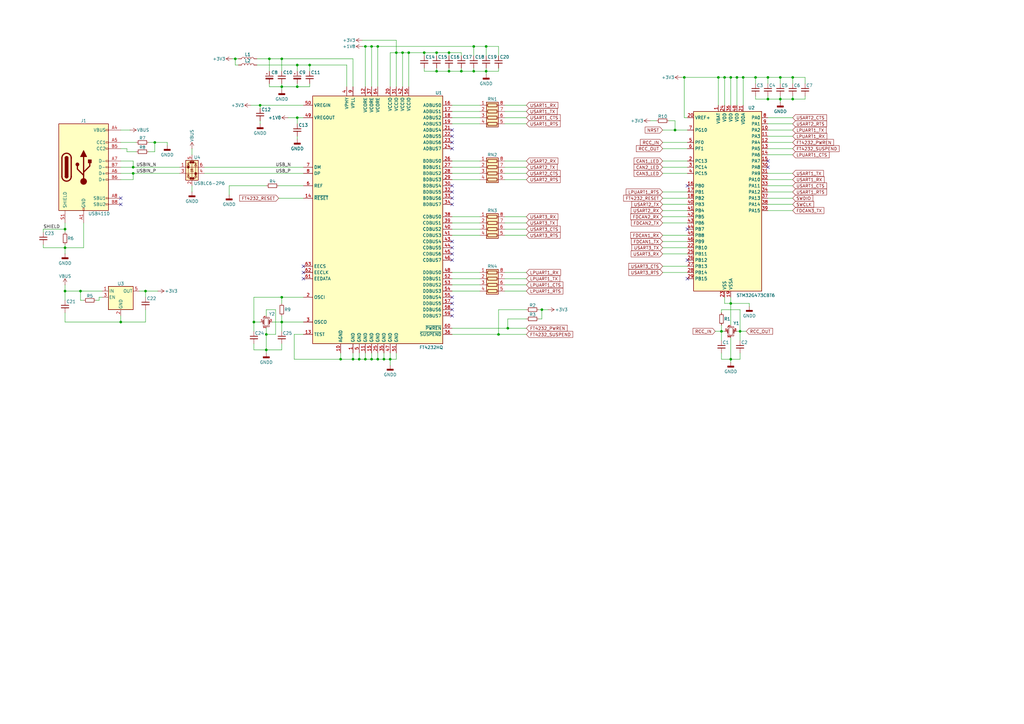
<source format=kicad_sch>
(kicad_sch (version 20231120) (generator "eeschema") (generator_version "8.0")
  (paper "A3")
  (title_block (title "Free USB-CAN converter fCANc-USB") (company "Developed under MIT license"))
  (junction (at 26.67 119.38))
  (junction (at 280.67 31.75))
  (junction (at 320.04 40.64))
  (junction (at 110.49 24.13))
  (junction (at 325.12 31.75))
  (junction (at 121.92 26.67))
  (junction (at 295.91 135.89))
  (junction (at 194.31 29.21))
  (junction (at 299.72 147.32))
  (junction (at 59.69 119.38))
  (junction (at 149.86 147.32))
  (junction (at 222.25 127))
  (junction (at 179.07 29.21))
  (junction (at 26.67 93.98))
  (junction (at 121.92 48.26))
  (junction (at 299.72 124.46))
  (junction (at 160.02 147.32))
  (junction (at 320.04 31.75))
  (junction (at 179.07 21.59))
  (junction (at 115.57 121.92))
  (junction (at 304.8 31.75))
  (junction (at 63.5 58.42))
  (junction (at 173.99 21.59))
  (junction (at 152.4 147.32))
  (junction (at 194.31 19.05))
  (junction (at 154.94 19.05))
  (junction (at 189.23 29.21))
  (junction (at 147.32 147.32))
  (junction (at 276.86 53.34))
  (junction (at 127 26.67))
  (junction (at 109.22 137.16))
  (junction (at 314.96 31.75))
  (junction (at 115.57 35.56))
  (junction (at 199.39 19.05))
  (junction (at 299.72 31.75))
  (junction (at 54.61 68.58))
  (junction (at 109.22 143.51))
  (junction (at 33.02 119.38))
  (junction (at 49.53 132.08))
  (junction (at 157.48 147.32))
  (junction (at 115.57 24.13))
  (junction (at 309.88 31.75))
  (junction (at 152.4 19.05))
  (junction (at 294.64 31.75))
  (junction (at 184.15 21.59))
  (junction (at 165.1 21.59))
  (junction (at 144.78 147.32))
  (junction (at 139.7 147.32))
  (junction (at 104.14 132.08))
  (junction (at 154.94 147.32))
  (junction (at 106.68 43.18))
  (junction (at 149.86 19.05))
  (junction (at 121.92 35.56))
  (junction (at 26.67 101.6))
  (junction (at 325.12 40.64))
  (junction (at 199.39 29.21))
  (junction (at 96.52 24.13))
  (junction (at 162.56 21.59))
  (junction (at 314.96 40.64))
  (junction (at 204.47 137.16))
  (junction (at 184.15 29.21))
  (junction (at 208.28 134.62))
  (junction (at 303.53 135.89))
  (junction (at 167.64 21.59))
  (junction (at 297.18 31.75))
  (junction (at 54.61 71.12))
  (junction (at 302.26 31.75))
  (junction (at 115.57 132.08))
  (no_connect (at 185.42 58.42))
  (no_connect (at 185.42 101.6))
  (no_connect (at 281.94 76.2))
  (no_connect (at 185.42 53.34))
  (no_connect (at 281.94 114.3))
  (no_connect (at 124.46 114.3))
  (no_connect (at 314.96 68.58))
  (no_connect (at 49.53 81.28))
  (no_connect (at 185.42 106.68))
  (no_connect (at 281.94 106.68))
  (no_connect (at 185.42 99.06))
  (no_connect (at 185.42 124.46))
  (no_connect (at 185.42 104.14))
  (no_connect (at 185.42 129.54))
  (no_connect (at 185.42 121.92))
  (no_connect (at 49.53 83.82))
  (no_connect (at 124.46 109.22))
  (no_connect (at 314.96 66.04))
  (no_connect (at 185.42 127))
  (no_connect (at 185.42 76.2))
  (no_connect (at 185.42 78.74))
  (no_connect (at 281.94 93.98))
  (no_connect (at 185.42 83.82))
  (no_connect (at 185.42 55.88))
  (no_connect (at 185.42 81.28))
  (no_connect (at 185.42 60.96))
  (no_connect (at 124.46 111.76))
  (wire (pts (xy 280.67 48.26) (xy 281.94 48.26)))
  (wire (pts (xy 26.67 91.44) (xy 26.67 93.98)))
  (wire (pts (xy 33.02 119.38) (xy 41.91 119.38)))
  (wire (pts (xy 204.47 127) (xy 204.47 137.16)))
  (wire (pts (xy 185.42 71.12) (xy 196.85 71.12)))
  (wire (pts (xy 185.42 73.66) (xy 196.85 73.66)))
  (wire (pts (xy 54.61 66.04) (xy 54.61 68.58)))
  (wire (pts (xy 106.68 49.53) (xy 106.68 50.8)))
  (wire (pts (xy 17.78 95.25) (xy 17.78 93.98)))
  (wire (pts (xy 49.53 58.42) (xy 55.88 58.42)))
  (wire (pts (xy 304.8 31.75) (xy 304.8 43.18)))
  (wire (pts (xy 59.69 119.38) (xy 59.69 121.92)))
  (wire (pts (xy 165.1 21.59) (xy 165.1 35.56)))
  (wire (pts (xy 207.01 91.44) (xy 215.9 91.44)))
  (wire (pts (xy 17.78 93.98) (xy 26.67 93.98)))
  (wire (pts (xy 83.82 71.12) (xy 124.46 71.12)))
  (wire (pts (xy 115.57 132.08) (xy 124.46 132.08)))
  (wire (pts (xy 314.96 50.8) (xy 325.12 50.8)))
  (wire (pts (xy 194.31 29.21) (xy 189.23 29.21)))
  (wire (pts (xy 104.14 132.08) (xy 104.14 135.89)))
  (wire (pts (xy 271.78 78.74) (xy 281.94 78.74)))
  (wire (pts (xy 314.96 78.74) (xy 325.12 78.74)))
  (wire (pts (xy 185.42 68.58) (xy 196.85 68.58)))
  (wire (pts (xy 271.78 58.42) (xy 281.94 58.42)))
  (wire (pts (xy 179.07 29.21) (xy 173.99 29.21)))
  (wire (pts (xy 97.79 24.13) (xy 96.52 24.13)))
  (wire (pts (xy 276.86 53.34) (xy 281.94 53.34)))
  (wire (pts (xy 121.92 48.26) (xy 124.46 48.26)))
  (wire (pts (xy 149.86 147.32) (xy 152.4 147.32)))
  (wire (pts (xy 26.67 116.84) (xy 26.67 119.38)))
  (wire (pts (xy 189.23 22.86) (xy 189.23 21.59)))
  (wire (pts (xy 271.78 83.82) (xy 281.94 83.82)))
  (wire (pts (xy 149.86 19.05) (xy 152.4 19.05)))
  (wire (pts (xy 54.61 68.58) (xy 73.66 68.58)))
  (wire (pts (xy 49.53 73.66) (xy 54.61 73.66)))
  (wire (pts (xy 184.15 27.94) (xy 184.15 29.21)))
  (wire (pts (xy 207.01 111.76) (xy 215.9 111.76)))
  (wire (pts (xy 302.26 135.89) (xy 303.53 135.89)))
  (wire (pts (xy 271.78 86.36) (xy 281.94 86.36)))
  (wire (pts (xy 271.78 53.34) (xy 276.86 53.34)))
  (wire (pts (xy 222.25 130.81) (xy 220.98 130.81)))
  (wire (pts (xy 299.72 138.43) (xy 299.72 147.32)))
  (wire (pts (xy 52.07 60.96) (xy 52.07 62.23)))
  (wire (pts (xy 127 26.67) (xy 121.92 26.67)))
  (wire (pts (xy 207.01 116.84) (xy 215.9 116.84)))
  (wire (pts (xy 204.47 19.05) (xy 199.39 19.05)))
  (wire (pts (xy 271.78 66.04) (xy 281.94 66.04)))
  (wire (pts (xy 293.37 135.89) (xy 295.91 135.89)))
  (wire (pts (xy 60.96 58.42) (xy 63.5 58.42)))
  (wire (pts (xy 152.4 35.56) (xy 152.4 19.05)))
  (wire (pts (xy 115.57 35.56) (xy 115.57 36.83)))
  (wire (pts (xy 302.26 31.75) (xy 299.72 31.75)))
  (wire (pts (xy 34.29 101.6) (xy 26.67 101.6)))
  (wire (pts (xy 144.78 24.13) (xy 115.57 24.13)))
  (wire (pts (xy 194.31 22.86) (xy 194.31 19.05)))
  (wire (pts (xy 204.47 27.94) (xy 204.47 29.21)))
  (wire (pts (xy 303.53 147.32) (xy 303.53 144.78)))
  (wire (pts (xy 194.31 27.94) (xy 194.31 29.21)))
  (wire (pts (xy 280.67 31.75) (xy 280.67 48.26)))
  (wire (pts (xy 330.2 40.64) (xy 330.2 39.37)))
  (wire (pts (xy 297.18 135.89) (xy 295.91 135.89)))
  (wire (pts (xy 68.58 59.69) (xy 68.58 58.42)))
  (wire (pts (xy 222.25 127) (xy 222.25 130.81)))
  (wire (pts (xy 185.42 119.38) (xy 196.85 119.38)))
  (wire (pts (xy 106.68 43.18) (xy 106.68 44.45)))
  (wire (pts (xy 207.01 45.72) (xy 215.9 45.72)))
  (wire (pts (xy 115.57 121.92) (xy 124.46 121.92)))
  (wire (pts (xy 142.24 26.67) (xy 127 26.67)))
  (wire (pts (xy 199.39 29.21) (xy 194.31 29.21)))
  (wire (pts (xy 40.64 121.92) (xy 41.91 121.92)))
  (wire (pts (xy 208.28 130.81) (xy 208.28 134.62)))
  (wire (pts (xy 279.4 31.75) (xy 280.67 31.75)))
  (wire (pts (xy 207.01 119.38) (xy 215.9 119.38)))
  (wire (pts (xy 320.04 40.64) (xy 320.04 41.91)))
  (wire (pts (xy 207.01 68.58) (xy 215.9 68.58)))
  (wire (pts (xy 160.02 21.59) (xy 162.56 21.59)))
  (wire (pts (xy 208.28 134.62) (xy 215.9 134.62)))
  (wire (pts (xy 271.78 109.22) (xy 281.94 109.22)))
  (wire (pts (xy 95.25 24.13) (xy 96.52 24.13)))
  (wire (pts (xy 106.68 43.18) (xy 124.46 43.18)))
  (wire (pts (xy 144.78 147.32) (xy 147.32 147.32)))
  (wire (pts (xy 59.69 127) (xy 59.69 132.08)))
  (wire (pts (xy 111.76 132.08) (xy 115.57 132.08)))
  (wire (pts (xy 295.91 127) (xy 303.53 127)))
  (wire (pts (xy 325.12 39.37) (xy 325.12 40.64)))
  (wire (pts (xy 149.86 35.56) (xy 149.86 19.05)))
  (wire (pts (xy 104.14 132.08) (xy 106.68 132.08)))
  (wire (pts (xy 34.29 123.19) (xy 33.02 123.19)))
  (wire (pts (xy 63.5 62.23) (xy 60.96 62.23)))
  (wire (pts (xy 320.04 34.29) (xy 320.04 31.75)))
  (wire (pts (xy 309.88 31.75) (xy 309.88 34.29)))
  (wire (pts (xy 96.52 24.13) (xy 96.52 26.67)))
  (wire (pts (xy 325.12 40.64) (xy 330.2 40.64)))
  (wire (pts (xy 199.39 27.94) (xy 199.39 29.21)))
  (wire (pts (xy 309.88 40.64) (xy 314.96 40.64)))
  (wire (pts (xy 303.53 135.89) (xy 306.07 135.89)))
  (wire (pts (xy 330.2 34.29) (xy 330.2 31.75)))
  (wire (pts (xy 297.18 124.46) (xy 299.72 124.46)))
  (wire (pts (xy 199.39 19.05) (xy 194.31 19.05)))
  (wire (pts (xy 185.42 111.76) (xy 196.85 111.76)))
  (wire (pts (xy 271.78 99.06) (xy 281.94 99.06)))
  (wire (pts (xy 297.18 121.92) (xy 297.18 124.46)))
  (wire (pts (xy 303.53 135.89) (xy 303.53 139.7)))
  (wire (pts (xy 144.78 35.56) (xy 144.78 24.13)))
  (wire (pts (xy 154.94 19.05) (xy 154.94 35.56)))
  (wire (pts (xy 271.78 111.76) (xy 281.94 111.76)))
  (wire (pts (xy 207.01 88.9) (xy 215.9 88.9)))
  (wire (pts (xy 185.42 88.9) (xy 196.85 88.9)))
  (wire (pts (xy 167.64 21.59) (xy 167.64 35.56)))
  (wire (pts (xy 162.56 21.59) (xy 162.56 35.56)))
  (wire (pts (xy 314.96 55.88) (xy 325.12 55.88)))
  (wire (pts (xy 307.34 124.46) (xy 299.72 124.46)))
  (wire (pts (xy 49.53 60.96) (xy 52.07 60.96)))
  (wire (pts (xy 184.15 29.21) (xy 179.07 29.21)))
  (wire (pts (xy 115.57 129.54) (xy 115.57 132.08)))
  (wire (pts (xy 325.12 31.75) (xy 320.04 31.75)))
  (wire (pts (xy 105.41 26.67) (xy 121.92 26.67)))
  (wire (pts (xy 139.7 147.32) (xy 144.78 147.32)))
  (wire (pts (xy 115.57 143.51) (xy 115.57 140.97)))
  (wire (pts (xy 102.87 43.18) (xy 106.68 43.18)))
  (wire (pts (xy 148.59 19.05) (xy 149.86 19.05)))
  (wire (pts (xy 152.4 147.32) (xy 154.94 147.32)))
  (wire (pts (xy 109.22 143.51) (xy 109.22 144.78)))
  (wire (pts (xy 189.23 27.94) (xy 189.23 29.21)))
  (wire (pts (xy 314.96 58.42) (xy 325.12 58.42)))
  (wire (pts (xy 78.74 76.2) (xy 78.74 78.74)))
  (wire (pts (xy 194.31 19.05) (xy 154.94 19.05)))
  (wire (pts (xy 185.42 66.04) (xy 196.85 66.04)))
  (wire (pts (xy 215.9 127) (xy 204.47 127)))
  (wire (pts (xy 185.42 43.18) (xy 196.85 43.18)))
  (wire (pts (xy 199.39 29.21) (xy 199.39 30.48)))
  (wire (pts (xy 184.15 22.86) (xy 184.15 21.59)))
  (wire (pts (xy 121.92 35.56) (xy 115.57 35.56)))
  (wire (pts (xy 109.22 143.51) (xy 115.57 143.51)))
  (wire (pts (xy 271.78 96.52) (xy 281.94 96.52)))
  (wire (pts (xy 271.78 71.12) (xy 281.94 71.12)))
  (wire (pts (xy 185.42 93.98) (xy 196.85 93.98)))
  (wire (pts (xy 299.72 31.75) (xy 299.72 43.18)))
  (wire (pts (xy 115.57 121.92) (xy 104.14 121.92)))
  (wire (pts (xy 204.47 137.16) (xy 215.9 137.16)))
  (wire (pts (xy 207.01 48.26) (xy 215.9 48.26)))
  (wire (pts (xy 179.07 22.86) (xy 179.07 21.59)))
  (wire (pts (xy 26.67 119.38) (xy 33.02 119.38)))
  (wire (pts (xy 59.69 119.38) (xy 64.77 119.38)))
  (wire (pts (xy 113.03 137.16) (xy 109.22 137.16)))
  (wire (pts (xy 109.22 134.62) (xy 109.22 137.16)))
  (wire (pts (xy 309.88 39.37) (xy 309.88 40.64)))
  (wire (pts (xy 320.04 31.75) (xy 314.96 31.75)))
  (wire (pts (xy 325.12 34.29) (xy 325.12 31.75)))
  (wire (pts (xy 17.78 100.33) (xy 17.78 101.6)))
  (wire (pts (xy 314.96 73.66) (xy 325.12 73.66)))
  (wire (pts (xy 52.07 62.23) (xy 55.88 62.23)))
  (wire (pts (xy 299.72 124.46) (xy 299.72 133.35)))
  (wire (pts (xy 295.91 128.27) (xy 295.91 127)))
  (wire (pts (xy 299.72 124.46) (xy 299.72 121.92)))
  (wire (pts (xy 185.42 48.26) (xy 196.85 48.26)))
  (wire (pts (xy 185.42 137.16) (xy 204.47 137.16)))
  (wire (pts (xy 207.01 73.66) (xy 215.9 73.66)))
  (wire (pts (xy 185.42 91.44) (xy 196.85 91.44)))
  (wire (pts (xy 160.02 147.32) (xy 162.56 147.32)))
  (wire (pts (xy 152.4 144.78) (xy 152.4 147.32)))
  (wire (pts (xy 162.56 21.59) (xy 165.1 21.59)))
  (wire (pts (xy 127 34.29) (xy 127 35.56)))
  (wire (pts (xy 207.01 71.12) (xy 215.9 71.12)))
  (wire (pts (xy 114.3 81.28) (xy 124.46 81.28)))
  (wire (pts (xy 104.14 121.92) (xy 104.14 132.08)))
  (wire (pts (xy 297.18 31.75) (xy 294.64 31.75)))
  (wire (pts (xy 26.67 101.6) (xy 26.67 100.33)))
  (wire (pts (xy 220.98 127) (xy 222.25 127)))
  (wire (pts (xy 189.23 21.59) (xy 184.15 21.59)))
  (wire (pts (xy 109.22 137.16) (xy 109.22 143.51)))
  (wire (pts (xy 152.4 19.05) (xy 154.94 19.05)))
  (wire (pts (xy 207.01 114.3) (xy 215.9 114.3)))
  (wire (pts (xy 314.96 53.34) (xy 325.12 53.34)))
  (wire (pts (xy 63.5 58.42) (xy 68.58 58.42)))
  (wire (pts (xy 314.96 63.5) (xy 325.12 63.5)))
  (wire (pts (xy 115.57 121.92) (xy 115.57 124.46)))
  (wire (pts (xy 78.74 60.96) (xy 78.74 63.5)))
  (wire (pts (xy 314.96 71.12) (xy 325.12 71.12)))
  (wire (pts (xy 185.42 114.3) (xy 196.85 114.3)))
  (wire (pts (xy 179.07 27.94) (xy 179.07 29.21)))
  (wire (pts (xy 49.53 68.58) (xy 54.61 68.58)))
  (wire (pts (xy 160.02 147.32) (xy 160.02 149.86)))
  (wire (pts (xy 185.42 96.52) (xy 196.85 96.52)))
  (wire (pts (xy 302.26 31.75) (xy 304.8 31.75)))
  (wire (pts (xy 314.96 48.26) (xy 325.12 48.26)))
  (wire (pts (xy 302.26 31.75) (xy 302.26 43.18)))
  (wire (pts (xy 49.53 71.12) (xy 54.61 71.12)))
  (wire (pts (xy 207.01 93.98) (xy 215.9 93.98)))
  (wire (pts (xy 314.96 81.28) (xy 325.12 81.28)))
  (wire (pts (xy 295.91 135.89) (xy 295.91 139.7)))
  (wire (pts (xy 271.78 101.6) (xy 281.94 101.6)))
  (wire (pts (xy 271.78 91.44) (xy 281.94 91.44)))
  (wire (pts (xy 165.1 21.59) (xy 167.64 21.59)))
  (wire (pts (xy 204.47 29.21) (xy 199.39 29.21)))
  (wire (pts (xy 104.14 140.97) (xy 104.14 143.51)))
  (wire (pts (xy 160.02 35.56) (xy 160.02 21.59)))
  (wire (pts (xy 314.96 34.29) (xy 314.96 31.75)))
  (wire (pts (xy 185.42 116.84) (xy 196.85 116.84)))
  (wire (pts (xy 104.14 143.51) (xy 109.22 143.51)))
  (wire (pts (xy 295.91 144.78) (xy 295.91 147.32)))
  (wire (pts (xy 121.92 48.26) (xy 121.92 50.8)))
  (wire (pts (xy 115.57 24.13) (xy 110.49 24.13)))
  (wire (pts (xy 271.78 104.14) (xy 281.94 104.14)))
  (wire (pts (xy 185.42 45.72) (xy 196.85 45.72)))
  (wire (pts (xy 115.57 132.08) (xy 115.57 135.89)))
  (wire (pts (xy 144.78 144.78) (xy 144.78 147.32)))
  (wire (pts (xy 266.7 49.53) (xy 269.24 49.53)))
  (wire (pts (xy 271.78 88.9) (xy 281.94 88.9)))
  (wire (pts (xy 142.24 35.56) (xy 142.24 26.67)))
  (wire (pts (xy 147.32 144.78) (xy 147.32 147.32)))
  (wire (pts (xy 26.67 93.98) (xy 26.67 95.25)))
  (wire (pts (xy 26.67 101.6) (xy 26.67 104.14)))
  (wire (pts (xy 96.52 26.67) (xy 97.79 26.67)))
  (wire (pts (xy 160.02 144.78) (xy 160.02 147.32)))
  (wire (pts (xy 309.88 31.75) (xy 304.8 31.75)))
  (wire (pts (xy 110.49 35.56) (xy 110.49 34.29)))
  (wire (pts (xy 271.78 68.58) (xy 281.94 68.58)))
  (wire (pts (xy 162.56 16.51) (xy 162.56 21.59)))
  (wire (pts (xy 109.22 76.2) (xy 93.98 76.2)))
  (wire (pts (xy 314.96 31.75) (xy 309.88 31.75)))
  (wire (pts (xy 207.01 66.04) (xy 215.9 66.04)))
  (wire (pts (xy 173.99 21.59) (xy 179.07 21.59)))
  (wire (pts (xy 297.18 31.75) (xy 297.18 43.18)))
  (wire (pts (xy 148.59 16.51) (xy 162.56 16.51)))
  (wire (pts (xy 33.02 123.19) (xy 33.02 119.38)))
  (wire (pts (xy 271.78 60.96) (xy 281.94 60.96)))
  (wire (pts (xy 320.04 40.64) (xy 325.12 40.64)))
  (wire (pts (xy 109.22 127) (xy 113.03 127)))
  (wire (pts (xy 314.96 83.82) (xy 325.12 83.82)))
  (wire (pts (xy 320.04 39.37) (xy 320.04 40.64)))
  (wire (pts (xy 314.96 60.96) (xy 325.12 60.96)))
  (wire (pts (xy 299.72 31.75) (xy 297.18 31.75)))
  (wire (pts (xy 307.34 124.46) (xy 307.34 125.73)))
  (wire (pts (xy 26.67 128.27) (xy 26.67 132.08)))
  (wire (pts (xy 49.53 53.34) (xy 53.34 53.34)))
  (wire (pts (xy 314.96 86.36) (xy 325.12 86.36)))
  (wire (pts (xy 115.57 34.29) (xy 115.57 35.56)))
  (wire (pts (xy 147.32 147.32) (xy 149.86 147.32)))
  (wire (pts (xy 63.5 58.42) (xy 63.5 62.23)))
  (wire (pts (xy 34.29 91.44) (xy 34.29 101.6)))
  (wire (pts (xy 299.72 147.32) (xy 303.53 147.32)))
  (wire (pts (xy 185.42 134.62) (xy 208.28 134.62)))
  (wire (pts (xy 57.15 119.38) (xy 59.69 119.38)))
  (wire (pts (xy 173.99 22.86) (xy 173.99 21.59)))
  (wire (pts (xy 26.67 132.08) (xy 49.53 132.08)))
  (wire (pts (xy 49.53 132.08) (xy 59.69 132.08)))
  (wire (pts (xy 26.67 119.38) (xy 26.67 123.19)))
  (wire (pts (xy 207.01 96.52) (xy 215.9 96.52)))
  (wire (pts (xy 157.48 144.78) (xy 157.48 147.32)))
  (wire (pts (xy 295.91 133.35) (xy 295.91 135.89)))
  (wire (pts (xy 109.22 129.54) (xy 109.22 127)))
  (wire (pts (xy 120.65 137.16) (xy 124.46 137.16)))
  (wire (pts (xy 330.2 31.75) (xy 325.12 31.75)))
  (wire (pts (xy 127 35.56) (xy 121.92 35.56)))
  (wire (pts (xy 215.9 130.81) (xy 208.28 130.81)))
  (wire (pts (xy 314.96 40.64) (xy 320.04 40.64)))
  (wire (pts (xy 271.78 81.28) (xy 281.94 81.28)))
  (wire (pts (xy 121.92 55.88) (xy 121.92 57.15)))
  (wire (pts (xy 49.53 66.04) (xy 54.61 66.04)))
  (wire (pts (xy 157.48 147.32) (xy 160.02 147.32)))
  (wire (pts (xy 204.47 22.86) (xy 204.47 19.05)))
  (wire (pts (xy 299.72 147.32) (xy 299.72 148.59)))
  (wire (pts (xy 222.25 127) (xy 224.79 127)))
  (wire (pts (xy 189.23 29.21) (xy 184.15 29.21)))
  (wire (pts (xy 199.39 22.86) (xy 199.39 19.05)))
  (wire (pts (xy 54.61 71.12) (xy 73.66 71.12)))
  (wire (pts (xy 207.01 50.8) (xy 215.9 50.8)))
  (wire (pts (xy 115.57 35.56) (xy 110.49 35.56)))
  (wire (pts (xy 39.37 123.19) (xy 40.64 123.19)))
  (wire (pts (xy 162.56 147.32) (xy 162.56 144.78)))
  (wire (pts (xy 120.65 147.32) (xy 139.7 147.32)))
  (wire (pts (xy 314.96 76.2) (xy 325.12 76.2)))
  (wire (pts (xy 173.99 29.21) (xy 173.99 27.94)))
  (wire (pts (xy 114.3 76.2) (xy 124.46 76.2)))
  (wire (pts (xy 118.11 48.26) (xy 121.92 48.26)))
  (wire (pts (xy 113.03 127) (xy 113.03 137.16)))
  (wire (pts (xy 115.57 24.13) (xy 115.57 29.21)))
  (wire (pts (xy 303.53 127) (xy 303.53 135.89)))
  (wire (pts (xy 121.92 34.29) (xy 121.92 35.56)))
  (wire (pts (xy 314.96 39.37) (xy 314.96 40.64)))
  (wire (pts (xy 295.91 147.32) (xy 299.72 147.32)))
  (wire (pts (xy 139.7 144.78) (xy 139.7 147.32)))
  (wire (pts (xy 207.01 43.18) (xy 215.9 43.18)))
  (wire (pts (xy 294.64 31.75) (xy 280.67 31.75)))
  (wire (pts (xy 110.49 24.13) (xy 110.49 29.21)))
  (wire (pts (xy 93.98 76.2) (xy 93.98 80.01)))
  (wire (pts (xy 149.86 144.78) (xy 149.86 147.32)))
  (wire (pts (xy 185.42 50.8) (xy 196.85 50.8)))
  (wire (pts (xy 83.82 68.58) (xy 124.46 68.58)))
  (wire (pts (xy 184.15 21.59) (xy 179.07 21.59)))
  (wire (pts (xy 274.32 49.53) (xy 276.86 49.53)))
  (wire (pts (xy 54.61 73.66) (xy 54.61 71.12)))
  (wire (pts (xy 49.53 132.08) (xy 49.53 129.54)))
  (wire (pts (xy 127 26.67) (xy 127 29.21)))
  (wire (pts (xy 121.92 26.67) (xy 121.92 29.21)))
  (wire (pts (xy 173.99 21.59) (xy 167.64 21.59)))
  (wire (pts (xy 40.64 123.19) (xy 40.64 121.92)))
  (wire (pts (xy 105.41 24.13) (xy 110.49 24.13)))
  (wire (pts (xy 154.94 147.32) (xy 157.48 147.32)))
  (wire (pts (xy 154.94 144.78) (xy 154.94 147.32)))
  (wire (pts (xy 294.64 31.75) (xy 294.64 43.18)))
  (wire (pts (xy 120.65 137.16) (xy 120.65 147.32)))
  (wire (pts (xy 17.78 101.6) (xy 26.67 101.6)))
  (wire (pts (xy 276.86 49.53) (xy 276.86 53.34)))
  (label "USB_N" (at 113.03 68.58 0))
  (label "SHIELD" (at 17.78 93.98 0))
  (label "USBIN_N" (at 55.88 68.58 0))
  (label "USBIN_P" (at 55.88 71.12 0))
  (label "USB_P" (at 113.03 71.12 0))
  (global_label "USART3_RTS" (shape input) (at 271.78 111.76 180) (property "Intersheetrefs" "${INTERSHEET_REFS}" (effects (hide yes))))
  (global_label "CAN3_LED" (shape input) (at 271.78 71.12 180) (property "Intersheetrefs" "${INTERSHEET_REFS}" (effects (hide yes))))
  (global_label "USART1_TX" (shape input) (at 215.9 45.72 0) (property "Intersheetrefs" "${INTERSHEET_REFS}" (effects (hide yes))))
  (global_label "USART1_RTS" (shape input) (at 215.9 50.8 0) (property "Intersheetrefs" "${INTERSHEET_REFS}" (effects (hide yes))))
  (global_label "SWCLK" (shape input) (at 325.12 83.82 0) (property "Intersheetrefs" "${INTERSHEET_REFS}" (effects (hide yes))))
  (global_label "USART3_TX" (shape input) (at 215.9 91.44 0) (property "Intersheetrefs" "${INTERSHEET_REFS}" (effects (hide yes))))
  (global_label "FT4232_SUSPEND" (shape input) (at 215.9 137.16 0) (property "Intersheetrefs" "${INTERSHEET_REFS}" (effects (hide yes))))
  (global_label "FDCAN1_TX" (shape input) (at 271.78 99.06 180) (property "Intersheetrefs" "${INTERSHEET_REFS}" (effects (hide yes))))
  (global_label "CAN2_LED" (shape input) (at 271.78 68.58 180) (property "Intersheetrefs" "${INTERSHEET_REFS}" (effects (hide yes))))
  (global_label "USART2_CTS" (shape input) (at 325.12 48.26 0) (property "Intersheetrefs" "${INTERSHEET_REFS}" (effects (hide yes))))
  (global_label "FT4232_RESET" (shape input) (at 271.78 81.28 180) (property "Intersheetrefs" "${INTERSHEET_REFS}" (effects (hide yes))))
  (global_label "USART1_RX" (shape input) (at 215.9 43.18 0) (property "Intersheetrefs" "${INTERSHEET_REFS}" (effects (hide yes))))
  (global_label "FT4232_SUSPEND" (shape input) (at 325.12 60.96 0) (property "Intersheetrefs" "${INTERSHEET_REFS}" (effects (hide yes))))
  (global_label "USART2_TX" (shape input) (at 271.78 83.82 180) (property "Intersheetrefs" "${INTERSHEET_REFS}" (effects (hide yes))))
  (global_label "LPUART1_TX" (shape input) (at 325.12 53.34 0) (property "Intersheetrefs" "${INTERSHEET_REFS}" (effects (hide yes))))
  (global_label "FT4232_PWREN" (shape input) (at 215.9 134.62 0) (property "Intersheetrefs" "${INTERSHEET_REFS}" (effects (hide yes))))
  (global_label "USART3_RX" (shape input) (at 271.78 104.14 180) (property "Intersheetrefs" "${INTERSHEET_REFS}" (effects (hide yes))))
  (global_label "LPUART1_RX" (shape input) (at 325.12 55.88 0) (property "Intersheetrefs" "${INTERSHEET_REFS}" (effects (hide yes))))
  (global_label "USART3_CTS" (shape input) (at 215.9 93.98 0) (property "Intersheetrefs" "${INTERSHEET_REFS}" (effects (hide yes))))
  (global_label "USART3_RTS" (shape input) (at 215.9 96.52 0) (property "Intersheetrefs" "${INTERSHEET_REFS}" (effects (hide yes))))
  (global_label "RCC_IN" (shape input) (at 271.78 58.42 180) (property "Intersheetrefs" "${INTERSHEET_REFS}" (effects (hide yes))))
  (global_label "LPUART1_CTS" (shape input) (at 215.9 116.84 0) (property "Intersheetrefs" "${INTERSHEET_REFS}" (effects (hide yes))))
  (global_label "RCC_OUT" (shape input) (at 306.07 135.89 0) (property "Intersheetrefs" "${INTERSHEET_REFS}" (effects (hide yes))))
  (global_label "FDCAN1_RX" (shape input) (at 271.78 96.52 180) (property "Intersheetrefs" "${INTERSHEET_REFS}" (effects (hide yes))))
  (global_label "USART2_RTS" (shape input) (at 215.9 73.66 0) (property "Intersheetrefs" "${INTERSHEET_REFS}" (effects (hide yes))))
  (global_label "USART1_CTS" (shape input) (at 325.12 76.2 0) (property "Intersheetrefs" "${INTERSHEET_REFS}" (effects (hide yes))))
  (global_label "USART2_RX" (shape input) (at 271.78 86.36 180) (property "Intersheetrefs" "${INTERSHEET_REFS}" (effects (hide yes))))
  (global_label "LPUART1_CTS" (shape input) (at 325.12 63.5 0) (property "Intersheetrefs" "${INTERSHEET_REFS}" (effects (hide yes))))
  (global_label "USART1_RTS" (shape input) (at 325.12 78.74 0) (property "Intersheetrefs" "${INTERSHEET_REFS}" (effects (hide yes))))
  (global_label "USART3_CTS" (shape input) (at 271.78 109.22 180) (property "Intersheetrefs" "${INTERSHEET_REFS}" (effects (hide yes))))
  (global_label "RCC_OUT" (shape input) (at 271.78 60.96 180) (property "Intersheetrefs" "${INTERSHEET_REFS}" (effects (hide yes))))
  (global_label "LPUART1_TX" (shape input) (at 215.9 114.3 0) (property "Intersheetrefs" "${INTERSHEET_REFS}" (effects (hide yes))))
  (global_label "CAN1_LED" (shape input) (at 271.78 66.04 180) (property "Intersheetrefs" "${INTERSHEET_REFS}" (effects (hide yes))))
  (global_label "FT4232_PWREN" (shape input) (at 325.12 58.42 0) (property "Intersheetrefs" "${INTERSHEET_REFS}" (effects (hide yes))))
  (global_label "FDCAN3_TX" (shape input) (at 325.12 86.36 0) (property "Intersheetrefs" "${INTERSHEET_REFS}" (effects (hide yes))))
  (global_label "FDCAN2_TX" (shape input) (at 271.78 91.44 180) (property "Intersheetrefs" "${INTERSHEET_REFS}" (effects (hide yes))))
  (global_label "LPUART1_RX" (shape input) (at 215.9 111.76 0) (property "Intersheetrefs" "${INTERSHEET_REFS}" (effects (hide yes))))
  (global_label "FDCAN2_RX" (shape input) (at 271.78 88.9 180) (property "Intersheetrefs" "${INTERSHEET_REFS}" (effects (hide yes))))
  (global_label "USART3_RX" (shape input) (at 215.9 88.9 0) (property "Intersheetrefs" "${INTERSHEET_REFS}" (effects (hide yes))))
  (global_label "USART1_RX" (shape input) (at 325.12 73.66 0) (property "Intersheetrefs" "${INTERSHEET_REFS}" (effects (hide yes))))
  (global_label "USART1_CTS" (shape input) (at 215.9 48.26 0) (property "Intersheetrefs" "${INTERSHEET_REFS}" (effects (hide yes))))
  (global_label "USART1_TX" (shape input) (at 325.12 71.12 0) (property "Intersheetrefs" "${INTERSHEET_REFS}" (effects (hide yes))))
  (global_label "NRST" (shape input) (at 271.78 53.34 180) (property "Intersheetrefs" "${INTERSHEET_REFS}" (effects (hide yes))))
  (global_label "USART2_RX" (shape input) (at 215.9 66.04 0) (property "Intersheetrefs" "${INTERSHEET_REFS}" (effects (hide yes))))
  (global_label "USART2_TX" (shape input) (at 215.9 68.58 0) (property "Intersheetrefs" "${INTERSHEET_REFS}" (effects (hide yes))))
  (global_label "LPUART1_RTS" (shape input) (at 215.9 119.38 0) (property "Intersheetrefs" "${INTERSHEET_REFS}" (effects (hide yes))))
  (global_label "USART2_CTS" (shape input) (at 215.9 71.12 0) (property "Intersheetrefs" "${INTERSHEET_REFS}" (effects (hide yes))))
  (global_label "SWDIO" (shape input) (at 325.12 81.28 0) (property "Intersheetrefs" "${INTERSHEET_REFS}" (effects (hide yes))))
  (global_label "USART3_TX" (shape input) (at 271.78 101.6 180) (property "Intersheetrefs" "${INTERSHEET_REFS}" (effects (hide yes))))
  (global_label "USART2_RTS" (shape input) (at 325.12 50.8 0) (property "Intersheetrefs" "${INTERSHEET_REFS}" (effects (hide yes))))
  (global_label "LPUART1_RTS" (shape input) (at 271.78 78.74 180) (property "Intersheetrefs" "${INTERSHEET_REFS}" (effects (hide yes))))
  (global_label "FT4232_RESET" (shape input) (at 114.3 81.28 180) (property "Intersheetrefs" "${INTERSHEET_REFS}" (effects (hide yes))))
  (global_label "RCC_IN" (shape input) (at 293.37 135.89 180) (property "Intersheetrefs" "${INTERSHEET_REFS}" (effects (hide yes))))
  (symbol (lib_id "Interface_USB:FT4232H") (at 154.94 91.44 0) (unit 1)
    (property "Reference" "U1" (at 178.562 38.1 0) (effects (justify left)))
    (property "Value" "FT4232HQ" (at 171.958 142.494 0) (effects (justify left)))
    (property "Footprint" "Package_DFN_QFN:QFN-64-1EP_9x9mm_P0.5mm_EP4.35x4.35mm_ThermalVias" (effects (hide yes)))
    (property "Datasheet" "https://ftdichip.com/products/ft4232hq/" (effects (hide yes)))
    (property "Description" "Hi Speed Quad Channel USB UART/FIFO, LQFP/QFN-64" (effects (hide yes)))
  )
  (symbol (lib_id "power:GNDD") (at 115.57 36.83 0) (unit 1)
    (property "Reference" "#PWR09" (effects (hide yes)))
    (property "Value" "GNDD" (at 115.57 40.64 0))
    (property "Description" "Power symbol creates a global label with name \"GNDD\" , digital ground" (effects (hide yes)))
  )
  (symbol (lib_id "Device:C_Small") (at 26.67 125.73 0) (unit 1)
    (property "Reference" "C21" (at 27.178 123.698 0) (effects (justify left)))
    (property "Value" "MLCC 3.3 uF, X7R, 10%, 10V, 1206" (effects (hide yes)))
    (property "Footprint" "Capacitor_SMD:C_1206_3216Metric" (effects (hide yes)))
    (property "Description" "Unpolarized capacitor, small symbol" (effects (hide yes)))
  )
  (symbol (lib_id "power:GNDD") (at 320.04 41.91 0) (unit 1)
    (property "Reference" "#PWR04" (effects (hide yes)))
    (property "Value" "GNDD" (at 320.04 45.72 0))
    (property "Description" "Power symbol creates a global label with name \"GNDD\" , digital ground" (effects (hide yes)))
  )
  (symbol (lib_id "Device:C_Small") (at 106.68 46.99 0) (unit 1)
    (property "Reference" "C12" (at 107.188 44.958 0) (effects (justify left)))
    (property "Value" "MLCC 100 nF, X7R, 10%, 50V, 0603" (effects (hide yes)))
    (property "Footprint" "Capacitor_SMD:C_0603_1608Metric" (effects (hide yes)))
    (property "Description" "Unpolarized capacitor, small symbol" (effects (hide yes)))
  )
  (symbol (lib_id "power:GNDD") (at 78.74 78.74 0) (unit 1)
    (property "Reference" "#PWR021" (effects (hide yes)))
    (property "Value" "GNDD" (at 78.74 82.55 0))
    (property "Description" "Power symbol creates a global label with name \"GNDD\" , digital ground" (effects (hide yes)))
  )
  (symbol (lib_id "power:VBUS") (at 78.74 60.96 0) (unit 1)
    (property "Reference" "#PWR020" (effects (hide yes)))
    (property "Value" "VBUS" (at 78.74 55.626 90))
    (property "Description" "Power symbol creates a global label with name \"VBUS\"" (effects (hide yes)))
  )
  (symbol (lib_id "power:+1V8") (at 148.59 19.05 90) (unit 1)
    (property "Reference" "#PWR014" (effects (hide yes)))
    (property "Value" "+1V8" (at 145.796 19.05 90) (effects (justify left)))
    (property "Description" "Power symbol creates a global label with name \"+1V8\"" (effects (hide yes)))
  )
  (symbol (lib_id "power:GNDD") (at 109.22 144.78 0) (unit 1)
    (property "Reference" "#PWR024" (effects (hide yes)))
    (property "Value" "GNDD" (at 109.22 148.59 0))
    (property "Description" "Power symbol creates a global label with name \"GNDD\" , digital ground" (effects (hide yes)))
  )
  (symbol (lib_id "Device:R_Small") (at 36.83 123.19 90) (unit 1)
    (property "Reference" "R5" (at 36.83 121.412 90))
    (property "Value" "Chip-resistor 10 kOhm, 0.1W, ±1%, 0603" (effects (hide yes)))
    (property "Footprint" "Resistor_SMD:R_0603_1608Metric" (effects (hide yes)))
    (property "Description" "Resistor, small symbol" (effects (hide yes)))
  )
  (symbol (lib_id "Device:C_Small") (at 184.15 25.4 0) (unit 1)
    (property "Reference" "C16" (at 184.658 23.368 0) (effects (justify left)))
    (property "Value" "MLCC 100 nF, X7R, 10%, 50V, 0603" (effects (hide yes)))
    (property "Footprint" "Capacitor_SMD:C_0603_1608Metric" (effects (hide yes)))
    (property "Description" "Unpolarized capacitor, small symbol" (effects (hide yes)))
  )
  (symbol (lib_id "Device:C_Small") (at 121.92 53.34 0) (unit 1)
    (property "Reference" "C13" (at 122.428 51.308 0) (effects (justify left)))
    (property "Value" "MLCC 3.3 uF, X7R, 10%, 10V, 1206" (effects (hide yes)))
    (property "Footprint" "Capacitor_SMD:C_1206_3216Metric" (effects (hide yes)))
    (property "Description" "Unpolarized capacitor, small symbol" (effects (hide yes)))
  )
  (symbol (lib_id "Device:C_Small") (at 295.91 142.24 0) (unit 1)
    (property "Reference" "C1" (at 297.688 140.462 0))
    (property "Value" "MLCC 12 pF, C0G, 1%, 50V, 0603" (effects (hide yes)))
    (property "Footprint" "Capacitor_SMD:C_0603_1608Metric" (effects (hide yes)))
    (property "Description" "Unpolarized capacitor, small symbol" (effects (hide yes)))
  )
  (symbol (lib_id "Device:R_Small") (at 111.76 76.2 90) (unit 1)
    (property "Reference" "R4" (at 111.76 74.422 90))
    (property "Value" "Chip-resistor 12 kOhm, 0.1W, ±0.1%, 0603" (effects (hide yes)))
    (property "Footprint" "Resistor_SMD:R_0603_1608Metric" (effects (hide yes)))
    (property "Description" "Resistor, small symbol" (effects (hide yes)))
  )
  (symbol (lib_id "power:GNDD") (at 199.39 30.48 0) (unit 1)
    (property "Reference" "#PWR013" (effects (hide yes)))
    (property "Value" "GNDD" (at 199.39 34.29 0))
    (property "Description" "Power symbol creates a global label with name \"GNDD\" , digital ground" (effects (hide yes)))
  )
  (symbol (lib_id "Device:R_Small") (at 115.57 127 0) (unit 1)
    (property "Reference" "R9" (at 116.586 127 0) (effects (justify left)))
    (property "Value" "Chip-resistor 1 MOhm, 0.1W, ±1%, 0603" (effects (hide yes)))
    (property "Footprint" "Resistor_SMD:R_0603_1608Metric" (effects (hide yes)))
    (property "Description" "Resistor, small symbol" (effects (hide yes)))
  )
  (symbol (lib_id "power:+1V8") (at 118.11 48.26 90) (unit 1)
    (property "Reference" "#PWR011" (effects (hide yes)))
    (property "Value" "+1V8" (at 115.316 48.26 90) (effects (justify left)))
    (property "Description" "Power symbol creates a global label with name \"+1V8\"" (effects (hide yes)))
  )
  (symbol (lib_id "Device:C_Small") (at 59.69 124.46 0) (unit 1)
    (property "Reference" "C22" (at 60.198 122.428 0) (effects (justify left)))
    (property "Value" "MLCC 3.3 uF, X7R, 10%, 10V, 1206" (effects (hide yes)))
    (property "Footprint" "Capacitor_SMD:C_1206_3216Metric" (effects (hide yes)))
    (property "Description" "Unpolarized capacitor, small symbol" (effects (hide yes)))
  )
  (symbol (lib_id "power:GNDD") (at 299.72 148.59 0) (unit 1)
    (property "Reference" "#PWR02" (effects (hide yes)))
    (property "Value" "GNDD" (at 299.72 152.4 0))
    (property "Description" "Power symbol creates a global label with name \"GNDD\" , digital ground" (effects (hide yes)))
  )
  (symbol (lib_id "Device:C_Small") (at 199.39 25.4 0) (unit 1)
    (property "Reference" "C19" (at 199.898 23.368 0) (effects (justify left)))
    (property "Value" "MLCC 100 nF, X7R, 10%, 50V, 0603" (effects (hide yes)))
    (property "Footprint" "Capacitor_SMD:C_0603_1608Metric" (effects (hide yes)))
    (property "Description" "Unpolarized capacitor, small symbol" (effects (hide yes)))
  )
  (symbol (lib_id "Device:R_Small") (at 58.42 62.23 90) (unit 1)
    (property "Reference" "R8" (at 58.42 60.452 90))
    (property "Value" "Chip-resistor 5.1 kOhm, 0.1W, ±1%, 0603" (effects (hide yes)))
    (property "Footprint" "Resistor_SMD:R_0603_1608Metric" (effects (hide yes)))
    (property "Description" "Resistor, small symbol" (effects (hide yes)))
  )
  (symbol (lib_id "Device:R_Pack04") (at 201.93 93.98 270) (unit 1)
    (property "Reference" "RN3" (at 201.93 86.36 90))
    (property "Value" "Chip-resistor array 4x0603, 7.5 Ohm, 0.063 W, ±5%" (effects (hide yes)))
    (property "Footprint" "Resistor_SMD:R_Array_Convex_4x0603" (effects (hide yes)))
    (property "Description" "4 resistor network, parallel topology" (effects (hide yes)))
  )
  (symbol (lib_id "Device:C_Small") (at 314.96 36.83 0) (unit 1)
    (property "Reference" "C4" (at 316.738 35.052 0))
    (property "Value" "MLCC 100 nF, X7R, 10%, 50V, 0603" (effects (hide yes)))
    (property "Footprint" "Capacitor_SMD:C_0603_1608Metric" (effects (hide yes)))
    (property "Description" "Unpolarized capacitor, small symbol" (effects (hide yes)))
  )
  (symbol (lib_id "power:+3V3") (at 266.7 49.53 90) (unit 1)
    (property "Reference" "#PWR025" (effects (hide yes)))
    (property "Value" "+3V3" (at 263.906 49.53 90) (effects (justify left)))
    (property "Description" "Power symbol creates a global label with name \"+3V3\"" (effects (hide yes)))
  )
  (symbol (lib_id "Regulator_Linear:TLV75533PDBV") (at 49.53 121.92 0) (unit 1)
    (property "Reference" "U3" (at 49.53 116.332 0))
    (property "Value" "TLV75533PDBV" (effects (hide yes)))
    (property "Footprint" "Package_TO_SOT_SMD:SOT-23-5" (effects (hide yes)))
    (property "Datasheet" "http://www.ti.com/lit/ds/symlink/tlv755p.pdf" (effects (hide yes)))
    (property "Description" "500mA Low Dropout Voltage Regulator, Fixed Output 3.3V, SOT-23-5" (effects (hide yes)))
  )
  (symbol (lib_id "Device:L") (at 101.6 26.67 90) (unit 1)
    (property "Reference" "L2" (at 101.6 24.892 90))
    (property "Value" "LQM21FN2R2N" (effects (hide yes)))
    (property "Footprint" "Inductor_SMD:L_0805_2012Metric" (effects (hide yes)))
    (property "Description" "Inductor" (effects (hide yes)))
  )
  (symbol (lib_id "Device:C_Small") (at 320.04 36.83 0) (unit 1)
    (property "Reference" "C5" (at 321.818 35.052 0))
    (property "Value" "MLCC 100 nF, X7R, 10%, 50V, 0603" (effects (hide yes)))
    (property "Footprint" "Capacitor_SMD:C_0603_1608Metric" (effects (hide yes)))
    (property "Description" "Unpolarized capacitor, small symbol" (effects (hide yes)))
  )
  (symbol (lib_id "Device:R_Pack04") (at 201.93 71.12 270) (unit 1)
    (property "Reference" "RN2" (at 201.93 63.5 90))
    (property "Value" "Chip-resistor array 4x0603, 7.5 Ohm, 0.063 W, ±5%" (effects (hide yes)))
    (property "Footprint" "Resistor_SMD:R_Array_Convex_4x0603" (effects (hide yes)))
    (property "Description" "4 resistor network, parallel topology" (effects (hide yes)))
  )
  (symbol (lib_id "Device:R_Pack04") (at 201.93 116.84 270) (unit 1)
    (property "Reference" "RN4" (at 201.93 109.22 90))
    (property "Value" "Chip-resistor array 4x0603, 7.5 Ohm, 0.063 W, ±5%" (effects (hide yes)))
    (property "Footprint" "Resistor_SMD:R_Array_Convex_4x0603" (effects (hide yes)))
    (property "Description" "4 resistor network, parallel topology" (effects (hide yes)))
  )
  (symbol (lib_id "Device:C_Small") (at 330.2 36.83 0) (unit 1)
    (property "Reference" "C7" (at 331.978 35.052 0))
    (property "Value" "MLCC 100 nF, X7R, 10%, 50V, 0603" (effects (hide yes)))
    (property "Footprint" "Capacitor_SMD:C_0603_1608Metric" (effects (hide yes)))
    (property "Description" "Unpolarized capacitor, small symbol" (effects (hide yes)))
  )
  (symbol (lib_id "Device:C_Small") (at 173.99 25.4 0) (unit 1)
    (property "Reference" "C14" (at 174.498 23.368 0) (effects (justify left)))
    (property "Value" "MLCC 100 nF, X7R, 10%, 50V, 0603" (effects (hide yes)))
    (property "Footprint" "Capacitor_SMD:C_0603_1608Metric" (effects (hide yes)))
    (property "Description" "Unpolarized capacitor, small symbol" (effects (hide yes)))
  )
  (symbol (lib_id "Device:C_Small") (at 194.31 25.4 0) (unit 1)
    (property "Reference" "C18" (at 194.818 23.368 0) (effects (justify left)))
    (property "Value" "MLCC 100 nF, X7R, 10%, 50V, 0603" (effects (hide yes)))
    (property "Footprint" "Capacitor_SMD:C_0603_1608Metric" (effects (hide yes)))
    (property "Description" "Unpolarized capacitor, small symbol" (effects (hide yes)))
  )
  (symbol (lib_id "power:GNDD") (at 93.98 80.01 0) (unit 1)
    (property "Reference" "#PWR016" (effects (hide yes)))
    (property "Value" "GNDD" (at 93.98 83.82 0))
    (property "Description" "Power symbol creates a global label with name \"GNDD\" , digital ground" (effects (hide yes)))
  )
  (symbol (lib_id "power:+3V3") (at 64.77 119.38 270) (unit 1)
    (property "Reference" "#PWR018" (effects (hide yes)))
    (property "Value" "+3V3" (at 67.564 119.38 90) (effects (justify left)))
    (property "Description" "Power symbol creates a global label with name \"+3V3\"" (effects (hide yes)))
  )
  (symbol (lib_id "Device:C_Small") (at 303.53 142.24 0) (unit 1)
    (property "Reference" "C2" (at 305.308 140.462 0))
    (property "Value" "MLCC 12 pF, C0G, 1%, 50V, 0603" (effects (hide yes)))
    (property "Footprint" "Capacitor_SMD:C_0603_1608Metric" (effects (hide yes)))
    (property "Description" "Unpolarized capacitor, small symbol" (effects (hide yes)))
  )
  (symbol (lib_id "power:GNDD") (at 68.58 59.69 0) (unit 1)
    (property "Reference" "#PWR023" (effects (hide yes)))
    (property "Value" "GNDD" (at 68.58 63.5 0))
    (property "Description" "Power symbol creates a global label with name \"GNDD\" , digital ground" (effects (hide yes)))
  )
  (symbol (lib_id "power:+3V3") (at 102.87 43.18 90) (unit 1)
    (property "Reference" "#PWR010" (effects (hide yes)))
    (property "Value" "+3V3" (at 100.076 43.18 90) (effects (justify left)))
    (property "Description" "Power symbol creates a global label with name \"+3V3\"" (effects (hide yes)))
  )
  (symbol (lib_id "power:GNDD") (at 106.68 50.8 0) (unit 1)
    (property "Reference" "#PWR08" (effects (hide yes)))
    (property "Value" "GNDD" (at 106.68 54.61 0))
    (property "Description" "Power symbol creates a global label with name \"GNDD\" , digital ground" (effects (hide yes)))
  )
  (symbol (lib_id "Device:C_Small") (at 309.88 36.83 0) (unit 1)
    (property "Reference" "C3" (at 311.658 35.052 0))
    (property "Value" "MLCC 100 nF, X7R, 10%, 50V, 0603" (effects (hide yes)))
    (property "Footprint" "Capacitor_SMD:C_0603_1608Metric" (effects (hide yes)))
    (property "Description" "Unpolarized capacitor, small symbol" (effects (hide yes)))
  )
  (symbol (lib_id "power:+3V3") (at 224.79 127 270) (unit 1)
    (property "Reference" "#PWR06" (effects (hide yes)))
    (property "Value" "+3V3" (at 227.584 127 90) (effects (justify left)))
    (property "Description" "Power symbol creates a global label with name \"+3V3\"" (effects (hide yes)))
  )
  (symbol (lib_id "Device:R_Small") (at 218.44 127 90) (unit 1)
    (property "Reference" "R2" (at 218.44 125.222 90))
    (property "Value" "Chip-resistor 10 kOhm, 0.1W, ±1%, 0603" (effects (hide yes)))
    (property "Footprint" "Resistor_SMD:R_0603_1608Metric" (effects (hide yes)))
    (property "Description" "Resistor, small symbol" (effects (hide yes)))
  )
  (symbol (lib_id "Device:R_Small") (at 58.42 58.42 90) (unit 1)
    (property "Reference" "R7" (at 58.42 56.642 90))
    (property "Value" "Chip-resistor 5.1 kOhm, 0.1W, ±1%, 0603" (effects (hide yes)))
    (property "Footprint" "Resistor_SMD:R_0603_1608Metric" (effects (hide yes)))
    (property "Description" "Resistor, small symbol" (effects (hide yes)))
  )
  (symbol (lib_id "power:+3V3") (at 95.25 24.13 90) (unit 1)
    (property "Reference" "#PWR07" (effects (hide yes)))
    (property "Value" "+3V3" (at 92.456 24.13 90) (effects (justify left)))
    (property "Description" "Power symbol creates a global label with name \"+3V3\"" (effects (hide yes)))
  )
  (symbol (lib_id "Device:C_Small") (at 189.23 25.4 0) (unit 1)
    (property "Reference" "C17" (at 189.738 23.368 0) (effects (justify left)))
    (property "Value" "MLCC 100 nF, X7R, 10%, 50V, 0603" (effects (hide yes)))
    (property "Footprint" "Capacitor_SMD:C_0603_1608Metric" (effects (hide yes)))
    (property "Description" "Unpolarized capacitor, small symbol" (effects (hide yes)))
  )
  (symbol (lib_id "Device:R_Small") (at 271.78 49.53 90) (unit 1)
    (property "Reference" "R10" (at 271.78 47.752 90))
    (property "Value" "Chip-resistor 10 kOhm, 0.1W, ±1%, 0603" (effects (hide yes)))
    (property "Footprint" "Resistor_SMD:R_0603_1608Metric" (effects (hide yes)))
    (property "Description" "Resistor, small symbol" (effects (hide yes)))
  )
  (symbol (lib_id "Device:R_Small") (at 26.67 97.79 0) (unit 1)
    (property "Reference" "R6" (at 28.956 97.79 0))
    (property "Value" "Chip-resistor 1 MOhm, 0.5W, ±1%, 1210" (effects (hide yes)))
    (property "Footprint" "Resistor_SMD:R_1210_3225Metric" (effects (hide yes)))
    (property "Description" "Resistor, small symbol" (effects (hide yes)))
  )
  (symbol (lib_id "power:VBUS") (at 26.67 116.84 0) (unit 1)
    (property "Reference" "#PWR017" (effects (hide yes)))
    (property "Value" "VBUS" (at 26.67 113.284 0))
    (property "Description" "Power symbol creates a global label with name \"VBUS\"" (effects (hide yes)))
  )
  (symbol (lib_id "Device:R_Pack04") (at 201.93 48.26 270) (unit 1)
    (property "Reference" "RN1" (at 201.93 40.64 90))
    (property "Value" "Chip-resistor array 4x0603, 7.5 Ohm, 0.063 W, ±5%" (effects (hide yes)))
    (property "Footprint" "Resistor_SMD:R_Array_Convex_4x0603" (effects (hide yes)))
    (property "Description" "4 resistor network, parallel topology" (effects (hide yes)))
  )
  (symbol (lib_id "power:+3V3") (at 148.59 16.51 90) (unit 1)
    (property "Reference" "#PWR015" (effects (hide yes)))
    (property "Value" "+3V3" (at 145.796 16.51 90) (effects (justify left)))
    (property "Description" "Power symbol creates a global label with name \"+3V3\"" (effects (hide yes)))
  )
  (symbol (lib_id "Device:C_Small") (at 104.14 138.43 0) (unit 1)
    (property "Reference" "C24" (at 106.426 136.652 0))
    (property "Value" "MLCC 12 pF, C0G, 1%, 50V, 0603" (effects (hide yes)))
    (property "Footprint" "Capacitor_SMD:C_0603_1608Metric" (effects (hide yes)))
    (property "Description" "Unpolarized capacitor, small symbol" (effects (hide yes)))
  )
  (symbol (lib_id "power:GNDD") (at 160.02 149.86 0) (unit 1)
    (property "Reference" "#PWR05" (effects (hide yes)))
    (property "Value" "GNDD" (at 160.02 153.67 0))
    (property "Description" "Power symbol creates a global label with name \"GNDD\" , digital ground" (effects (hide yes)))
  )
  (symbol (lib_id "Device:C_Small") (at 115.57 138.43 0) (unit 1)
    (property "Reference" "C25" (at 117.856 136.652 0))
    (property "Value" "MLCC 12 pF, C0G, 1%, 50V, 0603" (effects (hide yes)))
    (property "Footprint" "Capacitor_SMD:C_0603_1608Metric" (effects (hide yes)))
    (property "Description" "Unpolarized capacitor, small symbol" (effects (hide yes)))
  )
  (symbol (lib_id "power:+3V3") (at 279.4 31.75 90) (unit 1)
    (property "Reference" "#PWR03" (effects (hide yes)))
    (property "Value" "+3V3" (at 276.606 31.75 90) (effects (justify left)))
    (property "Description" "Power symbol creates a global label with name \"+3V3\"" (effects (hide yes)))
  )
  (symbol (lib_id "Device:C_Polarized_Small") (at 110.49 31.75 0) (unit 1)
    (property "Reference" "C8" (at 111.252 29.718 0) (effects (justify left)))
    (property "Value" "Tantalum Capacitor 4.7uF, 6.3V, ±10%, CASE-A-3216" (effects (hide yes)))
    (property "Footprint" "Capacitor_Tantalum_SMD:CP_EIA-3216-18_Kemet-A" (effects (hide yes)))
    (property "Description" "Polarized capacitor, small symbol" (effects (hide yes)))
  )
  (symbol (lib_id "Connector:USB_C_Receptacle_USB2.0_16P") (at 34.29 68.58 0) (unit 1)
    (property "Reference" "J1" (at 34.29 49.53 0))
    (property "Value" "USB4110" (at 40.64 87.63 0))
    (property "Footprint" "Connector_USB:USB_C_Receptacle_GCT_USB4110" (effects (hide yes)))
    (property "Datasheet" "https://www.usb.org/sites/default/files/documents/usb_type-c.zip" (effects (hide yes)))
    (property "Description" "USB 2.0-only 16P Type-C Receptacle connector" (effects (hide yes)))
  )
  (symbol (lib_id "Device:C_Small") (at 17.78 97.79 0) (unit 1)
    (property "Reference" "C23" (at 18.288 95.758 0) (effects (justify left)))
    (property "Value" "MLCC 10 nF, X7R, 10%, 2 kV, 1210" (effects (hide yes)))
    (property "Footprint" "Capacitor_SMD:C_1210_3225Metric" (effects (hide yes)))
    (property "Description" "Unpolarized capacitor, small symbol" (effects (hide yes)))
  )
  (symbol (lib_id "power:VBUS") (at 53.34 53.34 270) (unit 1)
    (property "Reference" "#PWR019" (effects (hide yes)))
    (property "Value" "VBUS" (at 58.674 53.34 90))
    (property "Description" "Power symbol creates a global label with name \"VBUS\"" (effects (hide yes)))
  )
  (symbol (lib_id "Device:R_Small") (at 218.44 130.81 90) (unit 1)
    (property "Reference" "R3" (at 218.44 129.032 90))
    (property "Value" "Chip-resistor 10 kOhm, 0.1W, ±1%, 0603" (effects (hide yes)))
    (property "Footprint" "Resistor_SMD:R_0603_1608Metric" (effects (hide yes)))
    (property "Description" "Resistor, small symbol" (effects (hide yes)))
  )
  (symbol (lib_id "Power_Protection:USBLC6-2P6") (at 78.74 68.58 0) (unit 1)
    (property "Reference" "U4" (at 79.502 64.516 0) (effects (justify left)))
    (property "Value" "USBLC6-2P6" (at 79.502 75.184 0) (effects (justify left)))
    (property "Footprint" "Package_TO_SOT_SMD:SOT-666" (effects (hide yes)))
    (property "Datasheet" "https://www.st.com/resource/en/datasheet/usblc6-2.pdf" (effects (hide yes)))
    (property "Description" "Very low capacitance ESD protection diode, 2 data-line, SOT-666" (effects (hide yes)))
  )
  (symbol (lib_id "Device:L") (at 101.6 24.13 90) (unit 1)
    (property "Reference" "L1" (at 101.6 22.352 90))
    (property "Value" "LQM21FN2R2N" (effects (hide yes)))
    (property "Footprint" "Inductor_SMD:L_0805_2012Metric" (effects (hide yes)))
    (property "Description" "Inductor" (effects (hide yes)))
  )
  (symbol (lib_id "Device:C_Small") (at 127 31.75 0) (unit 1)
    (property "Reference" "C11" (at 127.508 29.718 0) (effects (justify left)))
    (property "Value" "MLCC 100 nF, X7R, 10%, 50V, 0603" (effects (hide yes)))
    (property "Footprint" "Capacitor_SMD:C_0603_1608Metric" (effects (hide yes)))
    (property "Description" "Unpolarized capacitor, small symbol" (effects (hide yes)))
  )
  (symbol (lib_id "Device:C_Small") (at 204.47 25.4 0) (unit 1)
    (property "Reference" "C20" (at 204.978 23.368 0) (effects (justify left)))
    (property "Value" "MLCC 100 nF, X7R, 10%, 50V, 0603" (effects (hide yes)))
    (property "Footprint" "Capacitor_SMD:C_0603_1608Metric" (effects (hide yes)))
    (property "Description" "Unpolarized capacitor, small symbol" (effects (hide yes)))
  )
  (symbol (lib_id "power:GNDD") (at 121.92 57.15 0) (unit 1)
    (property "Reference" "#PWR012" (effects (hide yes)))
    (property "Value" "GNDD" (at 121.92 60.96 0))
    (property "Description" "Power symbol creates a global label with name \"GNDD\" , digital ground" (effects (hide yes)))
  )
  (symbol (lib_id "power:GNDD") (at 307.34 125.73 0) (unit 1)
    (property "Reference" "#PWR01" (effects (hide yes)))
    (property "Value" "GNDD" (at 307.34 129.54 0))
    (property "Description" "Power symbol creates a global label with name \"GNDD\" , digital ground" (effects (hide yes)))
  )
  (symbol (lib_id "power:GNDD") (at 26.67 104.14 0) (unit 1)
    (property "Reference" "#PWR022" (effects (hide yes)))
    (property "Value" "GNDD" (at 26.67 107.95 0))
    (property "Description" "Power symbol creates a global label with name \"GNDD\" , digital ground" (effects (hide yes)))
  )
  (symbol (lib_id "MCU_ST_STM32G4:STM32G473C_B-C-E_Tx") (at 297.18 83.82 0) (unit 1)
    (property "Reference" "U2" (at 306.832 44.196 0) (effects (justify left)))
    (property "Value" "STM32G473CBT6" (at 302.006 121.158 0) (effects (justify left)))
    (property "Footprint" "Package_QFP:LQFP-48_7x7mm_P0.5mm" (effects (hide yes)))
    (property "Datasheet" "https://www.st.com/resource/en/datasheet/stm32g473cb.pdf" (effects (hide yes)))
    (property "Description" "STMicroelectronics Arm Cortex-M4 MCU, 128-512KB flash, 128KB RAM, 170 MHz, 1.71-3.6V, 38 GPIO, LQFP48" (effects (hide yes)))
  )
  (symbol (lib_id "Device:C_Polarized_Small") (at 121.92 31.75 0) (unit 1)
    (property "Reference" "C9" (at 122.682 29.718 0) (effects (justify left)))
    (property "Value" "Tantalum Capacitor 4.7uF, 6.3V, ±10%, CASE-A-3216" (effects (hide yes)))
    (property "Footprint" "Capacitor_Tantalum_SMD:CP_EIA-3216-18_Kemet-A" (effects (hide yes)))
    (property "Description" "Polarized capacitor, small symbol" (effects (hide yes)))
  )
  (symbol (lib_id "Device:Crystal_GND24_Small") (at 299.72 135.89 0) (unit 1)
    (property "Reference" "Y1" (at 302.006 132.588 0))
    (property "Value" "X322512MSB4SI" (effects (hide yes)))
    (property "Footprint" "Crystal:Crystal_SMD_3225-4Pin_3.2x2.5mm" (effects (hide yes)))
    (property "Datasheet" "https://www.yxcxtal.com/product/ysx321sl.html" (effects (hide yes)))
    (property "Description" "Four pin crystal, GND on pins 2 and 4, small symbol" (effects (hide yes)))
  )
  (symbol (lib_id "Device:C_Small") (at 115.57 31.75 0) (unit 1)
    (property "Reference" "C10" (at 116.078 29.718 0) (effects (justify left)))
    (property "Value" "MLCC 100 nF, X7R, 10%, 50V, 0603" (effects (hide yes)))
    (property "Footprint" "Capacitor_SMD:C_0603_1608Metric" (effects (hide yes)))
    (property "Description" "Unpolarized capacitor, small symbol" (effects (hide yes)))
  )
  (symbol (lib_id "Device:C_Small") (at 325.12 36.83 0) (unit 1)
    (property "Reference" "C6" (at 326.898 35.052 0))
    (property "Value" "MLCC 100 nF, X7R, 10%, 50V, 0603" (effects (hide yes)))
    (property "Footprint" "Capacitor_SMD:C_0603_1608Metric" (effects (hide yes)))
    (property "Description" "Unpolarized capacitor, small symbol" (effects (hide yes)))
  )
  (symbol (lib_id "Device:Crystal_GND24_Small") (at 109.22 132.08 0) (unit 1)
    (property "Reference" "Y2" (at 111.506 128.778 0))
    (property "Value" "X322512MSB4SI" (effects (hide yes)))
    (property "Footprint" "Crystal:Crystal_SMD_3225-4Pin_3.2x2.5mm" (effects (hide yes)))
    (property "Datasheet" "https://www.yxcxtal.com/product/ysx321sl.html" (effects (hide yes)))
    (property "Description" "Four pin crystal, GND on pins 2 and 4, small symbol" (effects (hide yes)))
  )
  (symbol (lib_id "Device:C_Small") (at 179.07 25.4 0) (unit 1)
    (property "Reference" "C15" (at 179.578 23.368 0) (effects (justify left)))
    (property "Value" "MLCC 100 nF, X7R, 10%, 50V, 0603" (effects (hide yes)))
    (property "Footprint" "Capacitor_SMD:C_0603_1608Metric" (effects (hide yes)))
    (property "Description" "Unpolarized capacitor, small symbol" (effects (hide yes)))
  )
  (symbol (lib_id "Device:R_Small") (at 295.91 130.81 0) (unit 1)
    (property "Reference" "R1" (at 296.926 130.81 0) (effects (justify left)))
    (property "Value" "Chip-resistor 1 MOhm, 0.1W, ±1%, 0603" (effects (hide yes)))
    (property "Footprint" "Resistor_SMD:R_0603_1608Metric" (effects (hide yes)))
    (property "Description" "Resistor, small symbol" (effects (hide yes)))
  )
)
</source>
